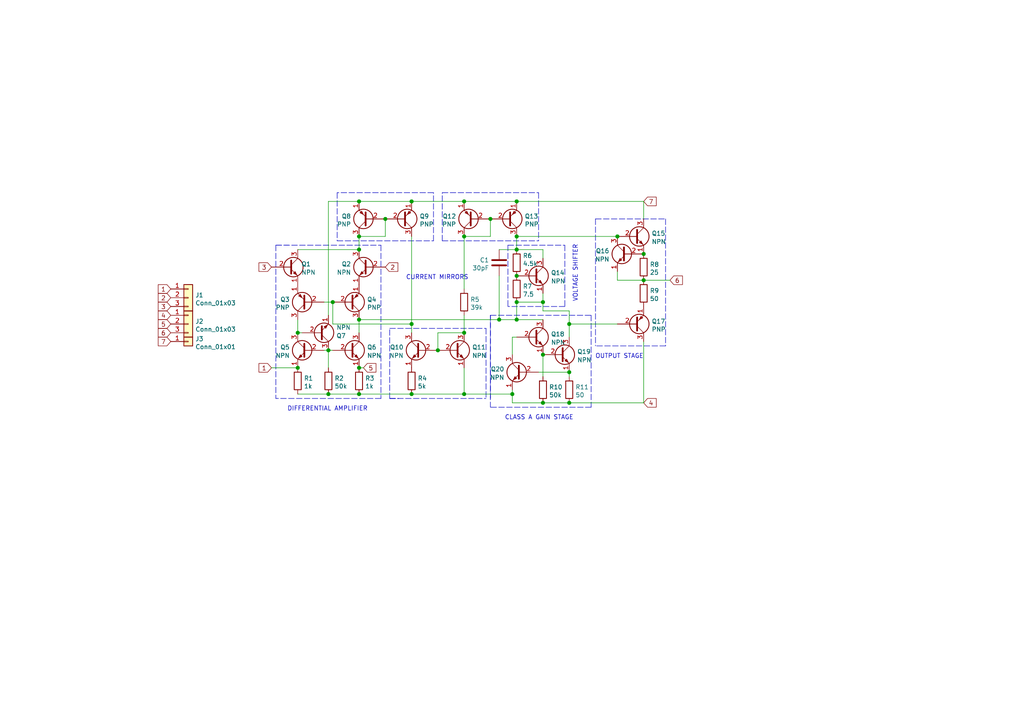
<source format=kicad_sch>
(kicad_sch (version 20210406) (generator eeschema)
  (paper "A4")
  (lib_symbols
    (symbol "Connector_Generic:Conn_01x01" (pin_names (offset 1.016) hide)
      (property "Reference" "J" (at 0 2.54 0))
      (property "Value" "Conn_01x01" (at 0 -2.54 0))
      (symbol "Conn_01x01_1_1"
        (rectangle (start -1.27 0.127) (end 0 -0.127) (stroke (width 0.1524)))
        (rectangle (start -1.27 1.27) (end 1.27 -1.27) (stroke (width 0.254)) (fill (type background)))
        (pin passive line (at -5.08 0 0) (length 3.81) (name "Pin_1") (number "1"))
      )
    )
    (symbol "Connector_Generic:Conn_01x03" (pin_names (offset 1.016) hide)
      (property "Reference" "J" (at 0 5.08 0))
      (property "Value" "Conn_01x03" (at 0 -5.08 0))
      (symbol "Conn_01x03_1_1"
        (rectangle (start -1.27 -2.413) (end 0 -2.667) (stroke (width 0.1524)))
        (rectangle (start -1.27 0.127) (end 0 -0.127) (stroke (width 0.1524)))
        (rectangle (start -1.27 2.667) (end 0 2.413) (stroke (width 0.1524)))
        (rectangle (start -1.27 3.81) (end 1.27 -3.81) (stroke (width 0.254)) (fill (type background)))
        (pin passive line (at -5.08 2.54 0) (length 3.81) (name "Pin_1") (number "1"))
        (pin passive line (at -5.08 0 0) (length 3.81) (name "Pin_2") (number "2"))
        (pin passive line (at -5.08 -2.54 0) (length 3.81) (name "Pin_3") (number "3"))
      )
    )
    (symbol "Device:C" (pin_numbers hide) (pin_names (offset 0.254))
      (property "Reference" "C" (at 0.635 2.54 0))
      (property "Value" "C" (at 0.635 -2.54 0))
      (symbol "C_0_1"
        (polyline (pts (xy -2.032 -0.762) (xy 2.032 -0.762)) (stroke (width 0.508)))
        (polyline (pts (xy -2.032 0.762) (xy 2.032 0.762)) (stroke (width 0.508)))
      )
      (symbol "C_1_1"
        (pin passive line (at 0 3.81 270) (length 2.794) (name "~") (number "1"))
        (pin passive line (at 0 -3.81 90) (length 2.794) (name "~") (number "2"))
      )
    )
    (symbol "Device:Q_NPN_EBC" (pin_names (offset 0) hide)
      (property "Reference" "Q" (at 5.08 1.27 0))
      (property "Value" "Q_NPN_EBC" (at 5.08 -1.27 0))
      (symbol "Q_NPN_EBC_0_1"
        (circle (center 1.27 0) (radius 2.8194) (stroke (width 0.254)))
        (polyline (pts (xy 0.635 0.635) (xy 2.54 2.54)))
        (polyline (pts (xy 0.635 -0.635) (xy 2.54 -2.54) (xy 2.54 -2.54)))
        (polyline (pts (xy 0.635 1.905) (xy 0.635 -1.905) (xy 0.635 -1.905)) (stroke (width 0.508)))
        (polyline (pts (xy 1.27 -1.778) (xy 1.778 -1.27) (xy 2.286 -2.286) (xy 1.27 -1.778) (xy 1.27 -1.778)) (fill (type outline)))
      )
      (symbol "Q_NPN_EBC_1_1"
        (pin passive line (at 2.54 -5.08 90) (length 2.54) (name "E") (number "1"))
        (pin passive line (at -5.08 0 0) (length 5.715) (name "B") (number "2"))
        (pin passive line (at 2.54 5.08 270) (length 2.54) (name "C") (number "3"))
      )
    )
    (symbol "Device:Q_PNP_EBC" (pin_names (offset 0) hide)
      (property "Reference" "Q" (at 5.08 1.27 0))
      (property "Value" "Q_PNP_EBC" (at 5.08 -1.27 0))
      (symbol "Q_PNP_EBC_0_1"
        (circle (center 1.27 0) (radius 2.8194) (stroke (width 0.254)))
        (polyline (pts (xy 0.635 0.635) (xy 2.54 2.54)))
        (polyline (pts (xy 0.635 -0.635) (xy 2.54 -2.54) (xy 2.54 -2.54)))
        (polyline (pts (xy 0.635 1.905) (xy 0.635 -1.905) (xy 0.635 -1.905)) (stroke (width 0.508)))
        (polyline (pts (xy 2.286 -1.778) (xy 1.778 -2.286) (xy 1.27 -1.27) (xy 2.286 -1.778) (xy 2.286 -1.778)) (fill (type outline)))
      )
      (symbol "Q_PNP_EBC_1_1"
        (pin passive line (at 2.54 -5.08 90) (length 2.54) (name "E") (number "1"))
        (pin input line (at -5.08 0 0) (length 5.715) (name "B") (number "2"))
        (pin passive line (at 2.54 5.08 270) (length 2.54) (name "C") (number "3"))
      )
    )
    (symbol "Device:R" (pin_numbers hide) (pin_names (offset 0))
      (property "Reference" "R" (at 2.032 0 90))
      (property "Value" "R" (at 0 0 90))
      (symbol "R_0_1"
        (rectangle (start -1.016 -2.54) (end 1.016 2.54) (stroke (width 0.254)))
      )
      (symbol "R_1_1"
        (pin passive line (at 0 3.81 270) (length 1.27) (name "~") (number "1"))
        (pin passive line (at 0 -3.81 90) (length 1.27) (name "~") (number "2"))
      )
    )
  )
  (junction (at 86.36 96.52) (diameter 1.016))
  (junction (at 86.36 106.68) (diameter 1.016))
  (junction (at 95.25 101.6) (diameter 1.016))
  (junction (at 95.25 114.3) (diameter 1.016))
  (junction (at 96.52 87.63) (diameter 1.016))
  (junction (at 104.14 58.42) (diameter 1.016))
  (junction (at 104.14 68.58) (diameter 1.016))
  (junction (at 104.14 72.39) (diameter 1.016))
  (junction (at 104.14 92.71) (diameter 1.016))
  (junction (at 104.14 106.68) (diameter 1.016))
  (junction (at 104.14 114.3) (diameter 1.016))
  (junction (at 111.76 63.5) (diameter 1.016))
  (junction (at 119.38 58.42) (diameter 1.016))
  (junction (at 119.38 93.98) (diameter 1.016))
  (junction (at 119.38 114.3) (diameter 1.016))
  (junction (at 127 101.6) (diameter 1.016))
  (junction (at 134.62 58.42) (diameter 1.016))
  (junction (at 134.62 68.58) (diameter 1.016))
  (junction (at 134.62 96.52) (diameter 1.016))
  (junction (at 134.62 114.3) (diameter 1.016))
  (junction (at 142.24 63.5) (diameter 1.016))
  (junction (at 144.78 92.71) (diameter 1.016))
  (junction (at 148.59 114.3) (diameter 1.016))
  (junction (at 149.86 58.42) (diameter 1.016))
  (junction (at 149.86 68.58) (diameter 1.016))
  (junction (at 149.86 72.39) (diameter 1.016))
  (junction (at 149.86 80.01) (diameter 1.016))
  (junction (at 149.86 87.63) (diameter 1.016))
  (junction (at 149.86 92.71) (diameter 1.016))
  (junction (at 157.48 87.63) (diameter 1.016))
  (junction (at 157.48 102.87) (diameter 1.016))
  (junction (at 157.48 116.84) (diameter 1.016))
  (junction (at 165.1 93.98) (diameter 1.016))
  (junction (at 165.1 107.95) (diameter 1.016))
  (junction (at 165.1 116.84) (diameter 1.016))
  (junction (at 179.07 68.58) (diameter 1.016))
  (junction (at 186.69 73.66) (diameter 1.016))
  (junction (at 186.69 81.28) (diameter 1.016))
  (wire (pts (xy 78.74 106.68) (xy 86.36 106.68)))
  (wire (pts (xy 86.36 72.39) (xy 104.14 72.39)))
  (wire (pts (xy 86.36 92.71) (xy 86.36 96.52)))
  (wire (pts (xy 86.36 96.52) (xy 87.63 96.52)))
  (wire (pts (xy 86.36 114.3) (xy 95.25 114.3)))
  (wire (pts (xy 93.98 87.63) (xy 96.52 87.63)))
  (wire (pts (xy 93.98 101.6) (xy 95.25 101.6)))
  (wire (pts (xy 95.25 58.42) (xy 104.14 58.42)))
  (wire (pts (xy 95.25 91.44) (xy 95.25 58.42)))
  (wire (pts (xy 95.25 101.6) (xy 95.25 106.68)))
  (wire (pts (xy 95.25 101.6) (xy 96.52 101.6)))
  (wire (pts (xy 95.25 114.3) (xy 104.14 114.3)))
  (wire (pts (xy 96.52 87.63) (xy 96.52 93.98)))
  (wire (pts (xy 96.52 93.98) (xy 119.38 93.98)))
  (wire (pts (xy 104.14 58.42) (xy 119.38 58.42)))
  (wire (pts (xy 104.14 68.58) (xy 104.14 72.39)))
  (wire (pts (xy 104.14 92.71) (xy 104.14 96.52)))
  (wire (pts (xy 104.14 92.71) (xy 144.78 92.71)))
  (wire (pts (xy 104.14 106.68) (xy 105.41 106.68)))
  (wire (pts (xy 104.14 114.3) (xy 119.38 114.3)))
  (wire (pts (xy 111.76 63.5) (xy 111.76 68.58)))
  (wire (pts (xy 111.76 68.58) (xy 104.14 68.58)))
  (wire (pts (xy 119.38 58.42) (xy 134.62 58.42)))
  (wire (pts (xy 119.38 68.58) (xy 119.38 93.98)))
  (wire (pts (xy 119.38 93.98) (xy 119.38 96.52)))
  (wire (pts (xy 119.38 114.3) (xy 134.62 114.3)))
  (wire (pts (xy 127 96.52) (xy 127 101.6)))
  (wire (pts (xy 134.62 58.42) (xy 149.86 58.42)))
  (wire (pts (xy 134.62 68.58) (xy 134.62 83.82)))
  (wire (pts (xy 134.62 68.58) (xy 142.24 68.58)))
  (wire (pts (xy 134.62 91.44) (xy 134.62 96.52)))
  (wire (pts (xy 134.62 96.52) (xy 127 96.52)))
  (wire (pts (xy 134.62 106.68) (xy 134.62 114.3)))
  (wire (pts (xy 134.62 114.3) (xy 148.59 114.3)))
  (wire (pts (xy 142.24 68.58) (xy 142.24 63.5)))
  (wire (pts (xy 144.78 72.39) (xy 149.86 72.39)))
  (wire (pts (xy 144.78 92.71) (xy 144.78 80.01)))
  (wire (pts (xy 144.78 92.71) (xy 149.86 92.71)))
  (wire (pts (xy 148.59 97.79) (xy 149.86 97.79)))
  (wire (pts (xy 148.59 102.87) (xy 148.59 97.79)))
  (wire (pts (xy 148.59 113.03) (xy 148.59 114.3)))
  (wire (pts (xy 148.59 114.3) (xy 148.59 116.84)))
  (wire (pts (xy 148.59 116.84) (xy 157.48 116.84)))
  (wire (pts (xy 149.86 58.42) (xy 186.69 58.42)))
  (wire (pts (xy 149.86 68.58) (xy 149.86 72.39)))
  (wire (pts (xy 149.86 68.58) (xy 179.07 68.58)))
  (wire (pts (xy 149.86 72.39) (xy 157.48 72.39)))
  (wire (pts (xy 149.86 87.63) (xy 149.86 92.71)))
  (wire (pts (xy 149.86 87.63) (xy 157.48 87.63)))
  (wire (pts (xy 149.86 92.71) (xy 157.48 92.71)))
  (wire (pts (xy 156.21 107.95) (xy 165.1 107.95)))
  (wire (pts (xy 157.48 72.39) (xy 157.48 74.93)))
  (wire (pts (xy 157.48 87.63) (xy 157.48 85.09)))
  (wire (pts (xy 157.48 90.17) (xy 157.48 87.63)))
  (wire (pts (xy 157.48 102.87) (xy 157.48 109.22)))
  (wire (pts (xy 157.48 116.84) (xy 165.1 116.84)))
  (wire (pts (xy 165.1 90.17) (xy 157.48 90.17)))
  (wire (pts (xy 165.1 90.17) (xy 165.1 93.98)))
  (wire (pts (xy 165.1 93.98) (xy 165.1 97.79)))
  (wire (pts (xy 165.1 93.98) (xy 179.07 93.98)))
  (wire (pts (xy 165.1 107.95) (xy 165.1 109.22)))
  (wire (pts (xy 165.1 116.84) (xy 186.69 116.84)))
  (wire (pts (xy 179.07 78.74) (xy 179.07 81.28)))
  (wire (pts (xy 179.07 81.28) (xy 186.69 81.28)))
  (wire (pts (xy 186.69 58.42) (xy 186.69 63.5)))
  (wire (pts (xy 186.69 81.28) (xy 194.31 81.28)))
  (wire (pts (xy 186.69 116.84) (xy 186.69 99.06)))
  (polyline (pts (xy 80.01 71.12) (xy 80.01 115.57)) (stroke (width 0) (type dash)))
  (polyline (pts (xy 80.01 71.12) (xy 83.82 71.12)) (stroke (width 0) (type dash)))
  (polyline (pts (xy 80.01 71.12) (xy 110.49 71.12)) (stroke (width 0) (type dash)))
  (polyline (pts (xy 97.79 55.88) (xy 97.79 69.85)) (stroke (width 0) (type dash)))
  (polyline (pts (xy 97.79 69.85) (xy 125.73 69.85)) (stroke (width 0) (type dash)))
  (polyline (pts (xy 110.49 71.12) (xy 110.49 115.57)) (stroke (width 0) (type dash)))
  (polyline (pts (xy 110.49 115.57) (xy 80.01 115.57)) (stroke (width 0) (type dash)))
  (polyline (pts (xy 113.03 95.25) (xy 140.97 95.25)) (stroke (width 0) (type dash)))
  (polyline (pts (xy 113.03 115.57) (xy 113.03 95.25)) (stroke (width 0) (type dash)))
  (polyline (pts (xy 113.03 115.57) (xy 115.57 115.57)) (stroke (width 0) (type dash)))
  (polyline (pts (xy 113.03 115.57) (xy 140.97 115.57)) (stroke (width 0) (type dash)))
  (polyline (pts (xy 125.73 55.88) (xy 97.79 55.88)) (stroke (width 0) (type dash)))
  (polyline (pts (xy 125.73 69.85) (xy 125.73 55.88)) (stroke (width 0) (type dash)))
  (polyline (pts (xy 128.27 55.88) (xy 156.21 55.88)) (stroke (width 0) (type dash)))
  (polyline (pts (xy 128.27 69.85) (xy 128.27 55.88)) (stroke (width 0) (type dash)))
  (polyline (pts (xy 128.27 69.85) (xy 156.21 69.85)) (stroke (width 0) (type dash)))
  (polyline (pts (xy 140.97 95.25) (xy 140.97 115.57)) (stroke (width 0) (type dash)))
  (polyline (pts (xy 142.24 91.44) (xy 142.24 118.11)) (stroke (width 0) (type dash)))
  (polyline (pts (xy 142.24 91.44) (xy 171.45 91.44)) (stroke (width 0) (type dash)))
  (polyline (pts (xy 142.24 115.57) (xy 142.24 91.44)) (stroke (width 0) (type dash)))
  (polyline (pts (xy 147.32 71.12) (xy 147.32 88.9)) (stroke (width 0) (type dash)))
  (polyline (pts (xy 147.32 71.12) (xy 163.83 71.12)) (stroke (width 0) (type dash)))
  (polyline (pts (xy 156.21 55.88) (xy 156.21 69.85)) (stroke (width 0) (type dash)))
  (polyline (pts (xy 163.83 71.12) (xy 163.83 88.9)) (stroke (width 0) (type dash)))
  (polyline (pts (xy 163.83 88.9) (xy 147.32 88.9)) (stroke (width 0) (type dash)))
  (polyline (pts (xy 171.45 91.44) (xy 171.45 118.11)) (stroke (width 0) (type dash)))
  (polyline (pts (xy 171.45 118.11) (xy 142.24 118.11)) (stroke (width 0) (type dash)))
  (polyline (pts (xy 172.72 63.5) (xy 172.72 100.33)) (stroke (width 0) (type dash)))
  (polyline (pts (xy 172.72 63.5) (xy 193.04 63.5)) (stroke (width 0) (type dash)))
  (polyline (pts (xy 193.04 63.5) (xy 193.04 100.33)) (stroke (width 0) (type dash)))
  (polyline (pts (xy 193.04 100.33) (xy 172.72 100.33)) (stroke (width 0) (type dash)))
  (text "DIFFERENTIAL AMPLIFIER" (at 106.68 119.38 180) (effects (font (size 1.27 1.27)) (justify right bottom)))
  (text "CURRENT MIRRORS" (at 135.89 81.28 180) (effects (font (size 1.27 1.27)) (justify right bottom)))
  (text "CLASS A GAIN STAGE" (at 166.37 121.92 180) (effects (font (size 1.27 1.27)) (justify right bottom)))
  (text "VOLTAGE SHIFTER\n" (at 167.64 87.63 90) (effects (font (size 1.27 1.27)) (justify left bottom)))
  (text "OUTPUT STAGE" (at 186.69 104.14 180) (effects (font (size 1.27 1.27)) (justify right bottom)))
  (global_label "1" (shape input) (at 49.53 83.82 180) (property "Intersheet References" "${INTERSHEET_REFS}" (effects hide)))
  (global_label "2" (shape input) (at 49.53 86.36 180) (property "Intersheet References" "${INTERSHEET_REFS}" (effects hide)))
  (global_label "3" (shape input) (at 49.53 88.9 180) (property "Intersheet References" "${INTERSHEET_REFS}" (effects hide)))
  (global_label "4" (shape input) (at 49.53 91.44 180) (property "Intersheet References" "${INTERSHEET_REFS}" (effects hide)))
  (global_label "5" (shape input) (at 49.53 93.98 180) (property "Intersheet References" "${INTERSHEET_REFS}" (effects hide)))
  (global_label "6" (shape input) (at 49.53 96.52 180) (property "Intersheet References" "${INTERSHEET_REFS}" (effects hide)))
  (global_label "7" (shape input) (at 49.53 99.06 180) (property "Intersheet References" "${INTERSHEET_REFS}" (effects hide)))
  (global_label "3" (shape input) (at 78.74 77.47 180) (property "Intersheet References" "${INTERSHEET_REFS}" (effects hide)))
  (global_label "1" (shape input) (at 78.74 106.68 180) (property "Intersheet References" "${INTERSHEET_REFS}" (effects hide)))
  (global_label "5" (shape input) (at 105.41 106.68 0) (property "Intersheet References" "${INTERSHEET_REFS}" (effects hide)))
  (global_label "2" (shape input) (at 111.76 77.47 0) (property "Intersheet References" "${INTERSHEET_REFS}" (effects hide)))
  (global_label "7" (shape input) (at 186.69 58.42 0) (property "Intersheet References" "${INTERSHEET_REFS}" (effects hide)))
  (global_label "4" (shape input) (at 186.69 116.84 0) (property "Intersheet References" "${INTERSHEET_REFS}" (effects hide)))
  (global_label "6" (shape input) (at 194.31 81.28 0) (property "Intersheet References" "${INTERSHEET_REFS}" (effects hide)))
  (symbol (lib_id "Connector_Generic:Conn_01x01") (at 54.61 99.06 0) (unit 1)
    (property "Reference" "J3" (at 56.6421 98.2991 0) (effects (justify left)))
    (property "Value" "Conn_01x01" (at 56.6421 100.5978 0) (effects (justify left)))
    (property "Footprint" "Connector_PinSocket_2.54mm:PinSocket_1x01_P2.54mm_Vertical" (effects hide))
  )
  (symbol (lib_id "Device:R") (at 86.36 110.49 0) (unit 1)
    (property "Reference" "R1" (at 88.1381 109.7291 0) (effects (justify left)))
    (property "Value" "1k" (at 88.1381 112.0278 0) (effects (justify left)))
    (property "Footprint" "Resistor_THT:R_Axial_DIN0207_L6.3mm_D2.5mm_P7.62mm_Horizontal" (effects hide))
  )
  (symbol (lib_id "Device:R") (at 95.25 110.49 0) (unit 1)
    (property "Reference" "R2" (at 97.0281 109.7291 0) (effects (justify left)))
    (property "Value" "50k" (at 97.0281 112.0278 0) (effects (justify left)))
    (property "Footprint" "Resistor_THT:R_Axial_DIN0207_L6.3mm_D2.5mm_P7.62mm_Horizontal" (effects hide))
  )
  (symbol (lib_id "Device:R") (at 104.14 110.49 0) (unit 1)
    (property "Reference" "R3" (at 105.9181 109.7291 0) (effects (justify left)))
    (property "Value" "1k" (at 105.9181 112.0278 0) (effects (justify left)))
    (property "Footprint" "Resistor_THT:R_Axial_DIN0207_L6.3mm_D2.5mm_P7.62mm_Horizontal" (effects hide))
  )
  (symbol (lib_id "Device:R") (at 119.38 110.49 0) (unit 1)
    (property "Reference" "R4" (at 121.1581 109.7291 0) (effects (justify left)))
    (property "Value" "5k" (at 121.1581 112.0278 0) (effects (justify left)))
    (property "Footprint" "Resistor_THT:R_Axial_DIN0207_L6.3mm_D2.5mm_P7.62mm_Horizontal" (effects hide))
  )
  (symbol (lib_id "Device:R") (at 134.62 87.63 0) (unit 1)
    (property "Reference" "R5" (at 136.3981 86.8691 0) (effects (justify left)))
    (property "Value" "39k" (at 136.3981 89.1678 0) (effects (justify left)))
    (property "Footprint" "Resistor_THT:R_Axial_DIN0207_L6.3mm_D2.5mm_P7.62mm_Horizontal" (effects hide))
  )
  (symbol (lib_id "Device:R") (at 149.86 76.2 0) (unit 1)
    (property "Reference" "R6" (at 151.6381 74.1691 0) (effects (justify left)))
    (property "Value" "4.5k" (at 151.6381 76.4678 0) (effects (justify left)))
    (property "Footprint" "Resistor_THT:R_Axial_DIN0207_L6.3mm_D2.5mm_P7.62mm_Horizontal" (effects hide))
  )
  (symbol (lib_id "Device:R") (at 149.86 83.82 0) (unit 1)
    (property "Reference" "R7" (at 151.6381 83.0591 0) (effects (justify left)))
    (property "Value" "7.5" (at 151.6381 85.3578 0) (effects (justify left)))
    (property "Footprint" "Resistor_THT:R_Axial_DIN0207_L6.3mm_D2.5mm_P7.62mm_Horizontal" (effects hide))
  )
  (symbol (lib_id "Device:R") (at 157.48 113.03 0) (unit 1)
    (property "Reference" "R10" (at 159.2581 112.2691 0) (effects (justify left)))
    (property "Value" "50k" (at 159.2581 114.5678 0) (effects (justify left)))
    (property "Footprint" "Resistor_THT:R_Axial_DIN0207_L6.3mm_D2.5mm_P7.62mm_Horizontal" (effects hide))
  )
  (symbol (lib_id "Device:R") (at 165.1 113.03 0) (unit 1)
    (property "Reference" "R11" (at 166.8781 112.2691 0) (effects (justify left)))
    (property "Value" "50" (at 166.8781 114.5678 0) (effects (justify left)))
    (property "Footprint" "Resistor_THT:R_Axial_DIN0207_L6.3mm_D2.5mm_P7.62mm_Horizontal" (effects hide))
  )
  (symbol (lib_id "Device:R") (at 186.69 77.47 0) (unit 1)
    (property "Reference" "R8" (at 188.4681 76.7091 0) (effects (justify left)))
    (property "Value" "25" (at 188.4681 79.0078 0) (effects (justify left)))
    (property "Footprint" "Resistor_THT:R_Axial_DIN0207_L6.3mm_D2.5mm_P7.62mm_Horizontal" (effects hide))
  )
  (symbol (lib_id "Device:R") (at 186.69 85.09 0) (unit 1)
    (property "Reference" "R9" (at 188.4681 84.3291 0) (effects (justify left)))
    (property "Value" "50" (at 188.4681 86.6278 0) (effects (justify left)))
    (property "Footprint" "Resistor_THT:R_Axial_DIN0207_L6.3mm_D2.5mm_P7.62mm_Horizontal" (effects hide))
  )
  (symbol (lib_id "Device:C") (at 144.78 76.2 0) (mirror x) (unit 1)
    (property "Reference" "C1" (at 141.859 75.4391 0) (effects (justify right)))
    (property "Value" "30pF" (at 141.859 77.7378 0) (effects (justify right)))
    (property "Footprint" "Capacitor_THT:C_Disc_D3.0mm_W2.0mm_P2.50mm" (effects hide))
  )
  (symbol (lib_id "Connector_Generic:Conn_01x03") (at 54.61 86.36 0) (unit 1)
    (property "Reference" "J1" (at 56.6421 85.5991 0) (effects (justify left)))
    (property "Value" "Conn_01x03" (at 56.6421 87.8978 0) (effects (justify left)))
    (property "Footprint" "Connector_PinSocket_2.54mm:PinSocket_1x03_P2.54mm_Vertical" (effects hide))
  )
  (symbol (lib_id "Connector_Generic:Conn_01x03") (at 54.61 93.98 0) (unit 1)
    (property "Reference" "J2" (at 56.6421 93.2191 0) (effects (justify left)))
    (property "Value" "Conn_01x03" (at 56.6421 95.5178 0) (effects (justify left)))
    (property "Footprint" "Connector_PinSocket_2.54mm:PinSocket_1x03_P2.54mm_Vertical" (effects hide))
  )
  (symbol (lib_id "Device:Q_NPN_EBC") (at 83.82 77.47 0) (unit 1)
    (property "Reference" "Q1" (at 87.4015 76.5885 0) (effects (justify left)))
    (property "Value" "NPN" (at 87.4015 79.0078 0) (effects (justify left)))
    (property "Footprint" "Package_TO_SOT_THT:TO-92" (effects hide))
  )
  (symbol (lib_id "Device:Q_PNP_EBC") (at 88.9 87.63 180) (unit 1)
    (property "Reference" "Q3" (at 84.0486 86.8691 0) (effects (justify left)))
    (property "Value" "PNP" (at 84.0486 89.1678 0) (effects (justify left)))
    (property "Footprint" "Package_TO_SOT_THT:TO-92" (effects hide))
  )
  (symbol (lib_id "Device:Q_NPN_EBC") (at 88.9 101.6 0) (mirror y) (unit 1)
    (property "Reference" "Q5" (at 84.0485 100.7185 0) (effects (justify left)))
    (property "Value" "NPN" (at 84.0485 103.1378 0) (effects (justify left)))
    (property "Footprint" "Package_TO_SOT_THT:TO-92" (effects hide))
  )
  (symbol (lib_id "Device:Q_NPN_EBC") (at 92.71 96.52 0) (mirror x) (unit 1)
    (property "Reference" "Q7" (at 97.5615 97.4015 0) (effects (justify left)))
    (property "Value" "NPN" (at 97.5615 94.9822 0) (effects (justify left)))
    (property "Footprint" "Package_TO_SOT_THT:TO-92" (effects hide))
  )
  (symbol (lib_id "Device:Q_PNP_EBC") (at 101.6 87.63 0) (mirror x) (unit 1)
    (property "Reference" "Q4" (at 106.4515 86.8691 0) (effects (justify left)))
    (property "Value" "PNP" (at 106.4515 89.1678 0) (effects (justify left)))
    (property "Footprint" "Package_TO_SOT_THT:TO-92" (effects hide))
  )
  (symbol (lib_id "Device:Q_NPN_EBC") (at 101.6 101.6 0) (unit 1)
    (property "Reference" "Q6" (at 106.4515 100.7185 0) (effects (justify left)))
    (property "Value" "NPN" (at 106.4515 103.1378 0) (effects (justify left)))
    (property "Footprint" "Package_TO_SOT_THT:TO-92" (effects hide))
  )
  (symbol (lib_id "Device:Q_PNP_EBC") (at 106.68 63.5 180) (unit 1)
    (property "Reference" "Q8" (at 101.8286 62.7391 0) (effects (justify left)))
    (property "Value" "PNP" (at 101.8286 65.0378 0) (effects (justify left)))
    (property "Footprint" "Package_TO_SOT_THT:TO-92" (effects hide))
  )
  (symbol (lib_id "Device:Q_NPN_EBC") (at 106.68 77.47 0) (mirror y) (unit 1)
    (property "Reference" "Q2" (at 101.8285 76.5885 0) (effects (justify left)))
    (property "Value" "NPN" (at 101.8285 79.0078 0) (effects (justify left)))
    (property "Footprint" "Package_TO_SOT_THT:TO-92" (effects hide))
  )
  (symbol (lib_id "Device:Q_PNP_EBC") (at 116.84 63.5 0) (mirror x) (unit 1)
    (property "Reference" "Q9" (at 121.6915 62.7391 0) (effects (justify left)))
    (property "Value" "PNP" (at 121.6915 65.0378 0) (effects (justify left)))
    (property "Footprint" "Package_TO_SOT_THT:TO-92" (effects hide))
  )
  (symbol (lib_id "Device:Q_NPN_EBC") (at 121.92 101.6 0) (mirror y) (unit 1)
    (property "Reference" "Q10" (at 117.0685 100.7185 0) (effects (justify left)))
    (property "Value" "NPN" (at 117.0685 103.1378 0) (effects (justify left)))
    (property "Footprint" "Package_TO_SOT_THT:TO-92" (effects hide))
  )
  (symbol (lib_id "Device:Q_NPN_EBC") (at 132.08 101.6 0) (unit 1)
    (property "Reference" "Q11" (at 136.9315 100.7185 0) (effects (justify left)))
    (property "Value" "NPN" (at 136.9315 103.1378 0) (effects (justify left)))
    (property "Footprint" "Package_TO_SOT_THT:TO-92" (effects hide))
  )
  (symbol (lib_id "Device:Q_PNP_EBC") (at 137.16 63.5 180) (unit 1)
    (property "Reference" "Q12" (at 132.3086 62.7391 0) (effects (justify left)))
    (property "Value" "PNP" (at 132.3086 65.0378 0) (effects (justify left)))
    (property "Footprint" "Package_TO_SOT_THT:TO-92" (effects hide))
  )
  (symbol (lib_id "Device:Q_PNP_EBC") (at 147.32 63.5 0) (mirror x) (unit 1)
    (property "Reference" "Q13" (at 152.1715 62.7391 0) (effects (justify left)))
    (property "Value" "PNP" (at 152.1715 65.0378 0) (effects (justify left)))
    (property "Footprint" "Package_TO_SOT_THT:TO-92" (effects hide))
  )
  (symbol (lib_id "Device:Q_NPN_EBC") (at 151.13 107.95 0) (mirror y) (unit 1)
    (property "Reference" "Q20" (at 146.2785 107.0685 0) (effects (justify left)))
    (property "Value" "NPN" (at 146.2785 109.4878 0) (effects (justify left)))
    (property "Footprint" "Package_TO_SOT_THT:TO-92" (effects hide))
  )
  (symbol (lib_id "Device:Q_NPN_EBC") (at 154.94 80.01 0) (unit 1)
    (property "Reference" "Q14" (at 159.7915 79.1285 0) (effects (justify left)))
    (property "Value" "NPN" (at 159.7915 81.5478 0) (effects (justify left)))
    (property "Footprint" "Package_TO_SOT_THT:TO-92" (effects hide))
  )
  (symbol (lib_id "Device:Q_NPN_EBC") (at 154.94 97.79 0) (unit 1)
    (property "Reference" "Q18" (at 159.7915 96.9085 0) (effects (justify left)))
    (property "Value" "NPN" (at 159.7915 99.3278 0) (effects (justify left)))
    (property "Footprint" "Package_TO_SOT_THT:TO-92" (effects hide))
  )
  (symbol (lib_id "Device:Q_NPN_EBC") (at 162.56 102.87 0) (unit 1)
    (property "Reference" "Q19" (at 167.4115 101.9885 0) (effects (justify left)))
    (property "Value" "NPN" (at 167.4115 104.4078 0) (effects (justify left)))
    (property "Footprint" "Package_TO_SOT_THT:TO-92" (effects hide))
  )
  (symbol (lib_id "Device:Q_NPN_EBC") (at 181.61 73.66 0) (mirror y) (unit 1)
    (property "Reference" "Q16" (at 176.7585 72.7785 0) (effects (justify left)))
    (property "Value" "NPN" (at 176.7585 75.1978 0) (effects (justify left)))
    (property "Footprint" "Package_TO_SOT_THT:TO-92" (effects hide))
  )
  (symbol (lib_id "Device:Q_NPN_EBC") (at 184.15 68.58 0) (unit 1)
    (property "Reference" "Q15" (at 189.0015 67.6985 0) (effects (justify left)))
    (property "Value" "NPN" (at 189.0015 70.1178 0) (effects (justify left)))
    (property "Footprint" "Package_TO_SOT_THT:TO-92" (effects hide))
  )
  (symbol (lib_id "Device:Q_PNP_EBC") (at 184.15 93.98 0) (mirror x) (unit 1)
    (property "Reference" "Q17" (at 189.0015 93.2191 0) (effects (justify left)))
    (property "Value" "PNP" (at 189.0015 95.5178 0) (effects (justify left)))
    (property "Footprint" "Package_TO_SOT_THT:TO-92" (effects hide))
  )
)
</source>
